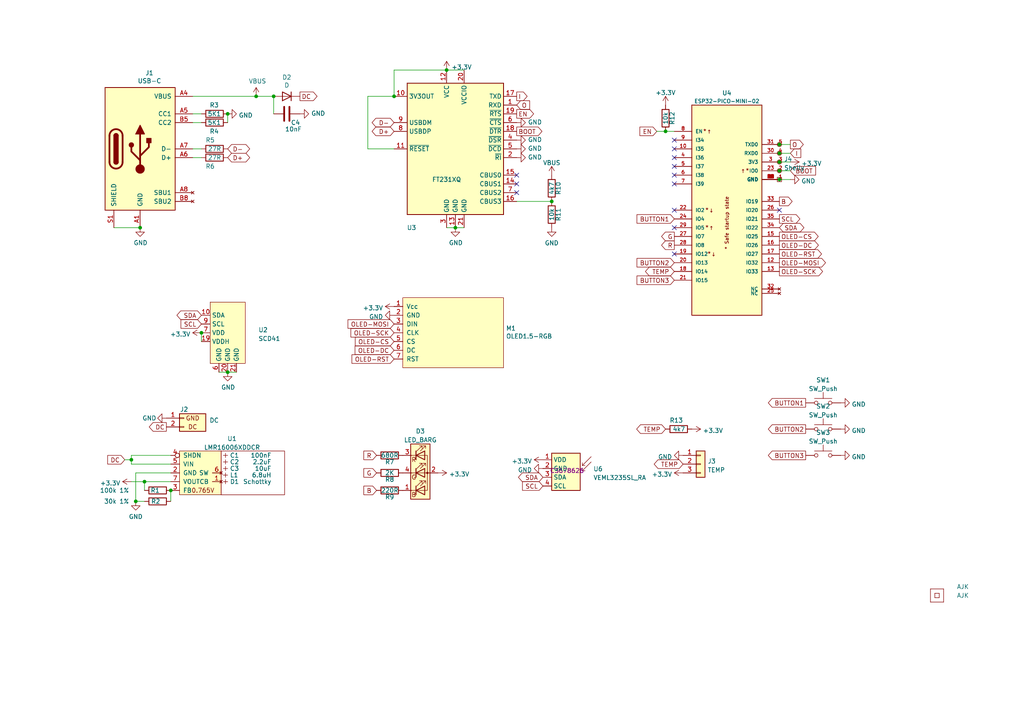
<source format=kicad_sch>
(kicad_sch (version 20211123) (generator eeschema)
  (paper "A4")
  (title_block (title "1.5\" OLED Module driver with GPIO") (date "${DATE}") (rev "4") (company "Adrian Kennard / Andrews & Arnold Ltd") (comment 1 "@TheRealRevK") (comment 2 "www.me.uk"))
  (lib_symbols
    (symbol "Connector_Generic:Conn_01x03" (pin_names (offset 1.016) hide)
      (property "Reference" "J" (at 0 5.08 0))
      (property "Value" "Conn_01x03" (at 0 -5.08 0))
      (symbol "Conn_01x03_1_1"
        (rectangle (start -1.27 -2.413) (end 0 -2.667) (stroke (width 0.1524)))
        (rectangle (start -1.27 0.127) (end 0 -0.127) (stroke (width 0.1524)))
        (rectangle (start -1.27 2.667) (end 0 2.413) (stroke (width 0.1524)))
        (rectangle (start -1.27 3.81) (end 1.27 -3.81) (stroke (width 0.254)) (fill (type background)))
        (pin passive line (at -5.08 2.54 0) (length 3.81) (name "Pin_1") (number "1"))
        (pin passive line (at -5.08 0 0) (length 3.81) (name "Pin_2") (number "2"))
        (pin passive line (at -5.08 -2.54 0) (length 3.81) (name "Pin_3") (number "3"))
      )
    )
    (symbol "Device:C" (pin_numbers hide) (pin_names (offset 0.254))
      (property "Reference" "C" (at 0.635 2.54 0))
      (property "Value" "C" (at 0.635 -2.54 0))
      (symbol "C_0_1"
        (polyline (pts (xy -2.032 -0.762) (xy 2.032 -0.762)) (stroke (width 0.508)))
        (polyline (pts (xy -2.032 0.762) (xy 2.032 0.762)) (stroke (width 0.508)))
      )
      (symbol "C_1_1"
        (pin passive line (at 0 3.81 270) (length 2.794) (name "~") (number "1"))
        (pin passive line (at 0 -3.81 90) (length 2.794) (name "~") (number "2"))
      )
    )
    (symbol "Device:D" (pin_numbers hide) (pin_names (offset 1.016) hide)
      (property "Reference" "D" (at 0 2.54 0))
      (property "Value" "D" (at 0 -2.54 0))
      (symbol "D_0_1"
        (polyline (pts (xy -1.27 1.27) (xy -1.27 -1.27)) (stroke (width 0.254)))
        (polyline (pts (xy 1.27 0) (xy -1.27 0)))
        (polyline (pts (xy 1.27 1.27) (xy 1.27 -1.27) (xy -1.27 0) (xy 1.27 1.27)) (stroke (width 0.254)))
      )
      (symbol "D_1_1"
        (pin passive line (at -3.81 0 0) (length 2.54) (name "K") (number "1"))
        (pin passive line (at 3.81 0 180) (length 2.54) (name "A") (number "2"))
      )
    )
    (symbol "Device:LED_BARG" (pin_names (offset 0) hide)
      (property "Reference" "D" (at 0 9.398 0))
      (property "Value" "LED_BARG" (at 0 -8.89 0))
      (symbol "LED_BARG_0_0"
        (text "B" (at -1.905 -6.35 0) (effects (font (size 1.27 1.27))))
        (text "G" (at -1.905 -1.27 0) (effects (font (size 1.27 1.27))))
        (text "R" (at -1.905 3.81 0) (effects (font (size 1.27 1.27))))
      )
      (symbol "LED_BARG_0_1"
        (polyline (pts (xy -1.27 -5.08) (xy -2.54 -5.08)))
        (polyline (pts (xy -1.27 -5.08) (xy 1.27 -5.08)))
        (polyline (pts (xy -1.27 -3.81) (xy -1.27 -6.35)) (stroke (width 0.254)))
        (polyline (pts (xy -1.27 0) (xy -2.54 0)))
        (polyline (pts (xy -1.27 1.27) (xy -1.27 -1.27)) (stroke (width 0.254)))
        (polyline (pts (xy -1.27 5.08) (xy -2.54 5.08)))
        (polyline (pts (xy -1.27 5.08) (xy 1.27 5.08)))
        (polyline (pts (xy -1.27 6.35) (xy -1.27 3.81)) (stroke (width 0.254)))
        (polyline (pts (xy 1.27 0) (xy -1.27 0)))
        (polyline (pts (xy 1.27 0) (xy 2.54 0)))
        (polyline (pts (xy -1.27 1.27) (xy -1.27 -1.27) (xy -1.27 -1.27)))
        (polyline (pts (xy -1.27 6.35) (xy -1.27 3.81) (xy -1.27 3.81)))
        (polyline (pts (xy 1.27 -5.08) (xy 2.032 -5.08) (xy 2.032 5.08) (xy 1.27 5.08)))
        (polyline (pts (xy 1.27 -3.81) (xy 1.27 -6.35) (xy -1.27 -5.08) (xy 1.27 -3.81)) (stroke (width 0.254)))
        (polyline (pts (xy 1.27 1.27) (xy 1.27 -1.27) (xy -1.27 0) (xy 1.27 1.27)) (stroke (width 0.254)))
        (polyline (pts (xy 1.27 6.35) (xy 1.27 3.81) (xy -1.27 5.08) (xy 1.27 6.35)) (stroke (width 0.254)))
        (polyline (pts (xy -1.016 -3.81) (xy 0.508 -2.286) (xy -0.254 -2.286) (xy 0.508 -2.286) (xy 0.508 -3.048)))
        (polyline (pts (xy -1.016 1.27) (xy 0.508 2.794) (xy -0.254 2.794) (xy 0.508 2.794) (xy 0.508 2.032)))
        (polyline (pts (xy -1.016 6.35) (xy 0.508 7.874) (xy -0.254 7.874) (xy 0.508 7.874) (xy 0.508 7.112)))
        (polyline (pts (xy 0 -3.81) (xy 1.524 -2.286) (xy 0.762 -2.286) (xy 1.524 -2.286) (xy 1.524 -3.048)))
        (polyline (pts (xy 0 1.27) (xy 1.524 2.794) (xy 0.762 2.794) (xy 1.524 2.794) (xy 1.524 2.032)))
        (polyline (pts (xy 0 6.35) (xy 1.524 7.874) (xy 0.762 7.874) (xy 1.524 7.874) (xy 1.524 7.112)))
        (rectangle (start 1.27 -1.27) (end 1.27 1.27))
        (rectangle (start 1.27 1.27) (end 1.27 1.27))
        (rectangle (start 1.27 3.81) (end 1.27 6.35))
        (rectangle (start 1.27 6.35) (end 1.27 6.35))
        (circle (center 2.032 0) (radius 0.254) (fill (type outline)))
        (rectangle (start 2.794 8.382) (end -2.794 -7.62) (stroke (width 0.254)) (fill (type background)))
      )
      (symbol "LED_BARG_1_1"
        (pin passive line (at -5.08 -5.08 0) (length 2.54) (name "BK") (number "1"))
        (pin passive line (at 5.08 0 180) (length 2.54) (name "A") (number "2"))
        (pin passive line (at -5.08 5.08 0) (length 2.54) (name "RK") (number "3"))
        (pin passive line (at -5.08 0 0) (length 2.54) (name "GK") (number "4"))
      )
    )
    (symbol "Device:R" (pin_numbers hide) (pin_names (offset 0))
      (property "Reference" "R" (at 2.032 0 90))
      (property "Value" "R" (at 0 0 90))
      (symbol "R_0_1"
        (rectangle (start -1.016 -2.54) (end 1.016 2.54) (stroke (width 0.254)))
      )
      (symbol "R_1_1"
        (pin passive line (at 0 3.81 270) (length 1.27) (name "~") (number "1"))
        (pin passive line (at 0 -3.81 90) (length 1.27) (name "~") (number "2"))
      )
    )
    (symbol "RevK:AJK" (pin_names (offset 1.016)) (in_bom no)
      (property "Value" "AJK" (at 0 0 0))
    )
    (symbol "RevK:ESP32-PICO-MINI-02" (pin_names (offset 1.016))
      (property "Reference" "U" (at -10.16 -33.02 0))
      (property "Value" "ESP32-PICO-MINI-02" (at 0 27.94 0))
      (property "LCSC Part #" "C2980306" (at 0 0 0))
      (symbol "ESP32-PICO-MINI-02_0_0"
        (rectangle (start -10.16 -30.48) (end 10.16 30.48) (stroke (width 0.254)) (fill (type background)))
        (text "* Safe startup state" (at 0 -11.43 900) (effects (font (size 1 1)) (justify left)))
        (text "*↑" (at -6.985 22.86 0) (effects (font (size 1.27 1.27)) (justify left)))
        (text "*↑" (at -6.35 -5.08 0) (effects (font (size 1.27 1.27)) (justify left)))
        (text "*↓" (at -6.35 0 0) (effects (font (size 1.27 1.27)) (justify left)))
        (text "*↓" (at -5.715 -12.7 0) (effects (font (size 1.27 1.27)) (justify left)))
        (text "↑*" (at 3.81 11.43 0) (effects (font (size 1.27 1.27)) (justify left)))
        (pin power_in line (at 15.24 8.89 180) (length 5.08) (name "GND") (number "1"))
        (pin input line (at -15.24 17.78 0) (length 5.08) (name "I35") (number "10"))
        (pin power_in line (at 15.24 8.89 180) (length 5.08) (name "GND") (number "11"))
        (pin bidirectional line (at 15.24 -15.24 180) (length 5.08) (name "IO32") (number "12"))
        (pin bidirectional line (at 15.24 -17.78 180) (length 5.08) (name "IO33") (number "13"))
        (pin power_in line (at 15.24 8.89 180) (length 5.08) (name "GND") (number "14"))
        (pin bidirectional line (at 15.24 -7.62 180) (length 5.08) (name "IO25") (number "15"))
        (pin bidirectional line (at 15.24 -10.16 180) (length 5.08) (name "IO26") (number "16"))
        (pin bidirectional line (at 15.24 -12.7 180) (length 5.08) (name "IO27") (number "17"))
        (pin bidirectional line (at -15.24 -17.78 0) (length 5.08) (name "IO14") (number "18"))
        (pin bidirectional line (at -15.24 -12.7 0) (length 5.08) (name "IO12") (number "19"))
        (pin power_in line (at 15.24 8.89 180) (length 5.08) (name "GND") (number "2"))
        (pin bidirectional line (at -15.24 -15.24 0) (length 5.08) (name "IO13") (number "20"))
        (pin bidirectional line (at -15.24 -20.32 0) (length 5.08) (name "IO15") (number "21"))
        (pin bidirectional line (at -15.24 0 0) (length 5.08) (name "IO2") (number "22"))
        (pin bidirectional line (at 15.24 11.43 180) (length 5.08) (name "IO0") (number "23"))
        (pin bidirectional line (at -15.24 -2.54 0) (length 5.08) (name "IO4") (number "24"))
        (pin no_connect line (at 15.24 -24.13 180) (length 5.08) (name "NC") (number "25"))
        (pin bidirectional line (at 15.24 0 180) (length 5.08) (name "IO20") (number "26"))
        (pin bidirectional line (at -15.24 -7.62 0) (length 5.08) (name "IO7") (number "27"))
        (pin bidirectional line (at -15.24 -10.16 0) (length 5.08) (name "IO8") (number "28"))
        (pin bidirectional line (at -15.24 -5.08 0) (length 5.08) (name "IO5") (number "29"))
        (pin power_in line (at 15.24 13.97 180) (length 5.08) (name "3V3") (number "3"))
        (pin bidirectional line (at 15.24 16.51 180) (length 5.08) (name "RXD0") (number "30"))
        (pin bidirectional line (at 15.24 19.05 180) (length 5.08) (name "TXD0") (number "31"))
        (pin no_connect line (at 15.24 -22.86 180) (length 5.08) (name "NC") (number "32"))
        (pin bidirectional line (at 15.24 2.54 180) (length 5.08) (name "IO19") (number "33"))
        (pin bidirectional line (at 15.24 -5.08 180) (length 5.08) (name "IO22") (number "34"))
        (pin bidirectional line (at 15.24 -2.54 180) (length 5.08) (name "IO21") (number "35"))
        (pin power_in line (at 15.24 8.89 180) (length 5.08) (name "GND") (number "36"))
        (pin power_in line (at 15.24 8.89 180) (length 5.08) (name "GND") (number "37"))
        (pin power_in line (at 15.24 8.89 180) (length 5.08) (name "GND") (number "38"))
        (pin power_in line (at 15.24 8.89 180) (length 5.08) (name "GND") (number "39"))
        (pin input line (at -15.24 15.24 0) (length 5.08) (name "I36") (number "4"))
        (pin power_in line (at 15.24 8.89 180) (length 5.08) (name "GND") (number "40"))
        (pin power_in line (at 15.24 8.89 180) (length 5.08) (name "GND") (number "41"))
        (pin power_in line (at 15.24 8.89 180) (length 5.08) (name "GND") (number "42"))
        (pin power_in line (at 15.24 8.89 180) (length 5.08) (name "GND") (number "43"))
        (pin power_in line (at 15.24 8.89 180) (length 5.08) (name "GND") (number "44"))
        (pin power_in line (at 15.24 8.89 180) (length 5.08) (name "GND") (number "45"))
        (pin power_in line (at 15.24 8.89 180) (length 5.08) (name "GND") (number "46"))
        (pin power_in line (at 15.24 8.89 180) (length 5.08) (name "GND") (number "47"))
        (pin power_in line (at 15.24 8.89 180) (length 5.08) (name "GND") (number "48"))
        (pin power_in line (at 15.24 8.89 180) (length 5.08) (name "GND") (number "49"))
        (pin input line (at -15.24 12.7 0) (length 5.08) (name "I37") (number "5"))
        (pin power_in line (at 15.24 8.89 180) (length 5.08) (name "GND") (number "50"))
        (pin power_in line (at 15.24 8.89 180) (length 5.08) (name "GND") (number "51"))
        (pin power_in line (at 15.24 8.89 180) (length 5.08) (name "GND") (number "52"))
        (pin power_in line (at 15.24 8.89 180) (length 5.08) (name "GND") (number "53"))
        (pin input line (at -15.24 10.16 0) (length 5.08) (name "I38") (number "6"))
        (pin input line (at -15.24 7.62 0) (length 5.08) (name "I39") (number "7"))
        (pin input line (at -15.24 22.86 0) (length 5.08) (name "EN") (number "8"))
        (pin input line (at -15.24 20.32 0) (length 5.08) (name "I34") (number "9"))
      )
    )
    (symbol "RevK:FT231XQ"
      (property "Reference" "U" (at -13.97 20.32 0))
      (property "Value" "FT231XQ" (at 6.35 20.32 0))
      (symbol "FT231XQ_0_1"
        (rectangle (start -13.97 19.05) (end 13.97 -19.05) (stroke (width 0.254)) (fill (type background)))
      )
      (symbol "FT231XQ_1_1"
        (pin input line (at 17.78 12.7 180) (length 3.81) (name "RXD") (number "1"))
        (pin passive line (at -17.78 15.24 0) (length 3.81) (name "3V3OUT") (number "10"))
        (pin input line (at -17.78 0 0) (length 3.81) (name "~{RESET}") (number "11"))
        (pin power_in line (at -2.54 22.86 270) (length 3.81) (name "VCC") (number "12"))
        (pin power_in line (at 0 -22.86 90) (length 3.81) (name "GND") (number "13"))
        (pin bidirectional line (at 17.78 -10.16 180) (length 3.81) (name "CBUS1") (number "14"))
        (pin bidirectional line (at 17.78 -7.62 180) (length 3.81) (name "CBUS0") (number "15"))
        (pin bidirectional line (at 17.78 -15.24 180) (length 3.81) (name "CBUS3") (number "16"))
        (pin output line (at 17.78 15.24 180) (length 3.81) (name "TXD") (number "17"))
        (pin output line (at 17.78 5.08 180) (length 3.81) (name "~{DTR}") (number "18"))
        (pin output line (at 17.78 10.16 180) (length 3.81) (name "~{RTS}") (number "19"))
        (pin input line (at 17.78 -2.54 180) (length 3.81) (name "~{RI}") (number "2"))
        (pin power_in line (at 2.54 22.86 270) (length 3.81) (name "VCCIO") (number "20"))
        (pin power_in line (at 2.54 -22.86 90) (length 3.81) (name "GND") (number "21"))
        (pin power_in line (at -2.54 -22.86 90) (length 3.81) (name "GND") (number "3"))
        (pin input line (at 17.78 2.54 180) (length 3.81) (name "~{DSR}") (number "4"))
        (pin input line (at 17.78 0 180) (length 3.81) (name "~{DCD}") (number "5"))
        (pin input line (at 17.78 7.62 180) (length 3.81) (name "~{CTS}") (number "6"))
        (pin bidirectional line (at 17.78 -12.7 180) (length 3.81) (name "CBUS2") (number "7"))
        (pin bidirectional line (at -17.78 5.08 0) (length 3.81) (name "USBDP") (number "8"))
        (pin bidirectional line (at -17.78 7.62 0) (length 3.81) (name "USBDM") (number "9"))
      )
    )
    (symbol "RevK:Hidden" (pin_names (offset 1.016))
      (property "Reference" "Z" (at 0.635 0 0))
      (property "Value" "Hidden" (at 4.445 0 0))
      (symbol "Hidden_0_1"
        (polyline (pts (xy -0.635 0) (xy 0.635 0)) (stroke (width 0.1524)))
        (polyline (pts (xy 0 0.635) (xy 0 -0.635)) (stroke (width 0.1524)))
      )
      (symbol "Hidden_1_1"
        (pin no_connect non_logic (at 0 -2.54 90) (length 2.54) hide (name "~") (number "~"))
      )
    )
    (symbol "RevK:LMR16006XDDCR" (pin_names (offset 1.016))
      (property "Reference" "U" (at 11.43 2.54 0))
      (property "Value" "LMR16006XDDCR" (at 7.62 -12.7 0))
      (symbol "LMR16006XDDCR_0_0"
        (rectangle (start 2.54 1.27) (end 14.605 -11.43) (fill (type background)))
        (text "0.765V" (at 12.7 -10.16 0) (effects (font (size 1.27 1.27)) (justify right)))
      )
      (symbol "LMR16006XDDCR_0_1"
        (rectangle (start 14.605 1.27) (end 33.02 -11.43))
      )
      (symbol "LMR16006XDDCR_1_1"
        (pin no_connect line (at 14.605 -7.62 180) (length 2.54) (name "CB") (number "1"))
        (pin power_in line (at 0 -5.08 0) (length 2.54) (name "GND") (number "2"))
        (pin passive line (at 0 -10.16 0) (length 2.54) (name "FB") (number "3"))
        (pin input inverted (at 0 0 0) (length 2.54) (name "SHDN") (number "4"))
        (pin power_in line (at 0 -2.54 0) (length 2.54) (name "VIN") (number "5"))
        (pin no_connect line (at 14.605 -5.08 180) (length 2.54) (name "SW") (number "6"))
        (pin power_out line (at 0 -7.62 0) (length 2.54) (name "VOUT") (number "7"))
      )
    )
    (symbol "RevK:OLED1.5-RGB" (pin_names (offset 1.016))
      (property "Reference" "M" (at 17.78 2.54 0))
      (property "Value" "OLED1.5-RGB" (at 31.75 -1.27 0))
      (symbol "OLED1.5-RGB_0_1"
        (rectangle (start 2.54 0) (end 31.75 -20.32) (fill (type background)))
      )
      (symbol "OLED1.5-RGB_1_1"
        (pin power_in line (at 0 -2.54 0) (length 2.54) (name "Vcc") (number "1"))
        (pin power_in line (at 0 -5.08 0) (length 2.54) (name "GND") (number "2"))
        (pin input line (at 0 -7.62 0) (length 2.54) (name "DIN") (number "3"))
        (pin input line (at 0 -10.16 0) (length 2.54) (name "CLK") (number "4"))
        (pin input line (at 0 -12.7 0) (length 2.54) (name "CS") (number "5"))
        (pin input line (at 0 -15.24 0) (length 2.54) (name "DC") (number "6"))
        (pin input line (at 0 -17.78 0) (length 2.54) (name "RST") (number "7"))
      )
    )
    (symbol "RevK:PowerIn" (pin_names (offset 1.016) hide)
      (property "Reference" "J" (at 0 2.54 0))
      (property "Value" "PowerIn" (at 2.54 -5.08 0))
      (symbol "PowerIn_0_0"
        (text "DC" (at 2.54 -2.54 0) (effects (font (size 1.27 1.27))))
        (text "GND" (at 2.54 0 0) (effects (font (size 1.27 1.27))))
      )
      (symbol "PowerIn_1_1"
        (rectangle (start -1.27 -2.413) (end 0 -2.667) (stroke (width 0.1524)))
        (rectangle (start -1.27 0.127) (end 0 -0.127) (stroke (width 0.1524)))
        (rectangle (start -1.27 1.27) (end 6.35 -3.81) (stroke (width 0.254)) (fill (type background)))
        (pin power_in line (at -5.08 0 0) (length 3.81) (name "GND") (number "1"))
        (pin power_out line (at -5.08 -2.54 0) (length 3.81) (name "DC") (number "2"))
      )
    )
    (symbol "RevK:QR" (pin_names (offset 1.016)) (in_bom no)
      (symbol "QR_0_1"
        (rectangle (start -1.905 -1.905) (end -1.905 1.905))
        (rectangle (start -1.905 1.905) (end 1.905 1.905))
        (rectangle (start -0.635 -0.635) (end -0.635 0.635))
        (rectangle (start -0.635 0.635) (end 0.635 0.635))
        (rectangle (start 0.635 -0.635) (end -0.635 -0.635))
        (rectangle (start 0.635 0.635) (end 0.635 -0.635))
        (rectangle (start 1.905 -1.905) (end -1.905 -1.905))
        (rectangle (start 1.905 1.905) (end 1.905 -1.905))
      )
    )
    (symbol "RevK:SCD41"
      (property "Reference" "U" (at -1.27 10.16 0))
      (property "Value" "SCD41" (at 1.27 7.62 0))
      (symbol "SCD41_0_1"
        (rectangle (start -5.08 8.89) (end 5.08 -8.89) (stroke (width 0.1524)) (fill (type background)))
      )
      (symbol "SCD41_1_1"
        (pin no_connect non_logic (at 7.62 0 180) (length 2.54) hide (name "DNC") (number "1"))
        (pin bidirectional line (at -7.62 5.08 0) (length 2.54) (name "SDA") (number "10"))
        (pin no_connect line (at 7.62 5.08 180) (length 2.54) hide (name "DNC") (number "11"))
        (pin no_connect non_logic (at 7.62 -2.54 180) (length 2.54) hide (name "DNC") (number "12"))
        (pin no_connect non_logic (at 7.62 -5.08 180) (length 2.54) hide (name "DNC") (number "13"))
        (pin no_connect non_logic (at 7.62 -7.62 180) (length 2.54) hide (name "DNC") (number "14"))
        (pin no_connect non_logic (at 7.62 2.54 180) (length 2.54) hide (name "DNC") (number "15"))
        (pin no_connect non_logic (at 7.62 -1.27 180) (length 2.54) hide (name "DNC") (number "16"))
        (pin no_connect non_logic (at 7.62 -3.81 180) (length 2.54) hide (name "DNC") (number "17"))
        (pin no_connect non_logic (at 7.62 -6.35 180) (length 2.54) hide (name "DNC") (number "18"))
        (pin power_in line (at -7.62 -2.54 0) (length 2.54) (name "VDDH") (number "19"))
        (pin no_connect non_logic (at 7.62 3.81 180) (length 2.54) hide (name "DNC") (number "2"))
        (pin power_in line (at 0 -11.43 90) (length 2.54) (name "GND") (number "20"))
        (pin power_in line (at 2.54 -11.43 90) (length 2.54) (name "GND") (number "21"))
        (pin no_connect non_logic (at 7.62 1.27 180) (length 2.54) hide (name "DNC") (number "3"))
        (pin no_connect non_logic (at 7.62 6.35 180) (length 2.54) hide (name "DNC") (number "4"))
        (pin no_connect non_logic (at 7.62 7.62 180) (length 2.54) hide (name "DNC") (number "5"))
        (pin power_in line (at -2.54 -11.43 90) (length 2.54) (name "GND") (number "6"))
        (pin power_in line (at -7.62 0 0) (length 2.54) (name "VDD") (number "7"))
        (pin no_connect non_logic (at 7.62 -8.89 180) (length 2.54) hide (name "DNC") (number "8"))
        (pin input line (at -7.62 2.54 0) (length 2.54) (name "SCL") (number "9"))
      )
    )
    (symbol "RevK:Shelly" (in_bom no)
      (property "Reference" "J" (at 2.54 -8.255 0))
      (property "Value" "Shelly" (at 2.54 9.525 0))
      (symbol "Shelly_0_1"
        (circle (center 0 -2.54) (radius 0.635) (stroke (width 0.1524)))
        (circle (center 0 0) (radius 0.635) (stroke (width 0.1524)))
        (circle (center 0 2.54) (radius 0.635) (stroke (width 0.1524)))
        (circle (center 0 5.08) (radius 0.635) (stroke (width 0.1524)))
        (rectangle (start 0.635 -5.715) (end -0.635 -4.445) (stroke (width 0.1524)))
      )
      (symbol "Shelly_1_1"
        (pin passive line (at 0 -5.08 0) (length 0.64) (name "GND") (number "1"))
        (pin passive line (at 0 -2.54 0) (length 0.64) (name "0") (number "2"))
        (pin passive line (at 0 0 0) (length 0.64) (name "3V3") (number "3"))
        (pin passive line (at 0 2.54 0) (length 0.64) (name "Rx") (number "4"))
        (pin passive line (at 0 5.08 0) (length 0.64) (name "Tx") (number "5"))
      )
    )
    (symbol "RevK:USB-C" (pin_names (offset 1.016))
      (property "Reference" "J" (at -10.16 19.05 0))
      (property "Value" "USB-C" (at -7.62 15.24 0))
      (symbol "USB-C_0_1"
        (rectangle (start -10.16 17.78) (end 10.16 -17.78) (stroke (width 0.254)) (fill (type background)))
        (arc (start -8.89 -3.81) (mid -6.985 -5.715) (end -5.08 -3.81) (stroke (width 0.508)))
        (arc (start -7.62 -3.81) (mid -6.985 -4.445) (end -6.35 -3.81) (stroke (width 0.254)))
        (arc (start -7.62 -3.81) (mid -6.985 -4.445) (end -6.35 -3.81) (stroke (width 0.254)) (fill (type outline)))
        (rectangle (start -7.62 -3.81) (end -6.35 3.81) (stroke (width 0.254)) (fill (type outline)))
        (arc (start -6.35 3.81) (mid -6.985 4.445) (end -7.62 3.81) (stroke (width 0.254)))
        (arc (start -6.35 3.81) (mid -6.985 4.445) (end -7.62 3.81) (stroke (width 0.254)) (fill (type outline)))
        (arc (start -5.08 3.81) (mid -6.985 5.715) (end -8.89 3.81) (stroke (width 0.508)))
        (circle (center -2.54 1.143) (radius 0.635) (stroke (width 0.254)) (fill (type outline)))
        (circle (center 0 -5.842) (radius 1.27) (fill (type outline)))
        (polyline (pts (xy -8.89 -3.81) (xy -8.89 3.81)) (stroke (width 0.508)))
        (polyline (pts (xy -5.08 3.81) (xy -5.08 -3.81)) (stroke (width 0.508)))
        (polyline (pts (xy 0 -5.842) (xy 0 4.318)) (stroke (width 0.508)))
        (polyline (pts (xy 0 -3.302) (xy -2.54 -0.762) (xy -2.54 0.508)) (stroke (width 0.508)))
        (polyline (pts (xy 0 -2.032) (xy 2.54 0.508) (xy 2.54 1.778)) (stroke (width 0.508)))
        (polyline (pts (xy -1.27 4.318) (xy 0 6.858) (xy 1.27 4.318) (xy -1.27 4.318)) (stroke (width 0.254)) (fill (type outline)))
        (rectangle (start 1.905 1.778) (end 3.175 3.048) (stroke (width 0.254)) (fill (type outline)))
      )
      (symbol "USB-C_1_1"
        (pin power_out line (at 0 -22.86 90) (length 5.08) (name "GND") (number "A1"))
        (pin passive line (at 0 -22.86 90) (length 5.08) hide (name "GND") (number "A12"))
        (pin power_out line (at 15.24 15.24 180) (length 5.08) (name "VBUS") (number "A4"))
        (pin bidirectional line (at 15.24 10.16 180) (length 5.08) (name "CC1") (number "A5"))
        (pin bidirectional line (at 15.24 -2.54 180) (length 5.08) (name "D+") (number "A6"))
        (pin bidirectional line (at 15.24 0 180) (length 5.08) (name "D-") (number "A7"))
        (pin no_connect line (at 15.24 -12.7 180) (length 5.08) (name "SBU1") (number "A8"))
        (pin passive line (at 15.24 15.24 180) (length 5.08) hide (name "VBUS") (number "A9"))
        (pin passive line (at 0 -22.86 90) (length 5.08) hide (name "GND") (number "B1"))
        (pin passive line (at 0 -22.86 90) (length 5.08) hide (name "GND") (number "B12"))
        (pin passive line (at 15.24 15.24 180) (length 5.08) hide (name "VBUS") (number "B4"))
        (pin bidirectional line (at 15.24 7.62 180) (length 5.08) (name "CC2") (number "B5"))
        (pin bidirectional line (at 15.24 -2.54 180) (length 5.08) hide (name "D+") (number "B6"))
        (pin bidirectional line (at 15.24 0 180) (length 5.08) hide (name "D-") (number "B7"))
        (pin no_connect line (at 15.24 -15.24 180) (length 5.08) (name "SBU2") (number "B8"))
        (pin passive line (at 15.24 15.24 180) (length 5.08) hide (name "VBUS") (number "B9"))
        (pin passive line (at -7.62 -22.86 90) (length 5.08) (name "SHIELD") (number "S1"))
      )
    )
    (symbol "RevK:VEML3235SL_RA"
      (property "Reference" "U" (at 0 5.715 0))
      (property "Value" "VEML3235SL_RA" (at 0 -6.985 0))
      (property "LCSC Part #" "C3678626" (at 0 0 0))
      (symbol "VEML3235SL_RA_0_1"
        (rectangle (start -4.445 5.08) (end 3.81 -5.715) (stroke (width 0.254)) (fill (type background)))
        (polyline (pts (xy 4.445 0) (xy 4.445 0.762)))
        (polyline (pts (xy 4.445 0) (xy 5.207 0)))
        (polyline (pts (xy 4.445 0) (xy 6.985 2.54)))
        (polyline (pts (xy 4.445 1.524) (xy 4.445 2.286)))
        (polyline (pts (xy 4.445 1.524) (xy 5.207 1.524)))
        (polyline (pts (xy 4.445 1.524) (xy 6.985 4.064)))
      )
      (symbol "VEML3235SL_RA_1_1"
        (pin power_in line (at -6.985 3.175 0) (length 2.54) (name "VDD") (number "1"))
        (pin power_in line (at -6.985 0.635 0) (length 2.54) (name "GND") (number "2"))
        (pin bidirectional line (at -6.985 -1.905 0) (length 2.54) (name "SDA") (number "3"))
        (pin bidirectional line (at -6.985 -4.445 0) (length 2.54) (name "SCL") (number "4"))
      )
    )
    (symbol "Switch:SW_Push" (pin_numbers hide) (pin_names (offset 1.016) hide)
      (property "Reference" "SW" (at 1.27 2.54 0))
      (property "Value" "SW_Push" (at 0 -1.524 0))
      (symbol "SW_Push_0_1"
        (circle (center -2.032 0) (radius 0.508))
        (polyline (pts (xy 0 1.27) (xy 0 3.048)))
        (polyline (pts (xy 2.54 1.27) (xy -2.54 1.27)))
        (circle (center 2.032 0) (radius 0.508))
        (pin passive line (at -5.08 0 0) (length 2.54) (name "1") (number "1"))
        (pin passive line (at 5.08 0 180) (length 2.54) (name "2") (number "2"))
      )
    )
    (symbol "power:+3.3V" (power) (pin_names (offset 0))
      (property "Value" "+3.3V" (at 0 3.556 0))
      (symbol "+3.3V_0_1"
        (polyline (pts (xy -0.762 1.27) (xy 0 2.54)))
        (polyline (pts (xy 0 0) (xy 0 2.54)))
        (polyline (pts (xy 0 2.54) (xy 0.762 1.27)))
      )
      (symbol "+3.3V_1_1"
        (pin power_in line (at 0 0 90) (length 0) hide (name "+3.3V") (number "1"))
      )
    )
    (symbol "power:GND" (power) (pin_names (offset 0))
      (property "Value" "GND" (at 0 -3.81 0))
      (symbol "GND_0_1"
        (polyline (pts (xy 0 0) (xy 0 -1.27) (xy 1.27 -1.27) (xy 0 -2.54) (xy -1.27 -1.27) (xy 0 -1.27)))
      )
      (symbol "GND_1_1"
        (pin power_in line (at 0 0 270) (length 0) hide (name "GND") (number "1"))
      )
    )
    (symbol "power:VBUS" (power) (pin_names (offset 0))
      (property "Value" "VBUS" (at 0 3.81 0))
      (symbol "VBUS_0_1"
        (polyline (pts (xy -0.762 1.27) (xy 0 2.54)))
        (polyline (pts (xy 0 0) (xy 0 2.54)))
        (polyline (pts (xy 0 2.54) (xy 0.762 1.27)))
      )
      (symbol "VBUS_1_1"
        (pin power_in line (at 0 0 90) (length 0) hide (name "VBUS") (number "1"))
      )
    )
  )
  (junction (at 226.06 46.99))
  (junction (at 39.37 145.415))
  (junction (at 226.06 52.07))
  (junction (at 49.53 142.24))
  (junction (at 160.02 58.42))
  (junction (at 38.1 133.35))
  (junction (at 129.54 20.32))
  (junction (at 58.42 96.52))
  (junction (at 226.06 49.53))
  (junction (at 193.04 38.1))
  (junction (at 114.3 27.94))
  (junction (at 226.06 41.91))
  (junction (at 41.91 139.7))
  (junction (at 74.295 27.94))
  (junction (at 132.08 66.04))
  (junction (at 66.04 107.95))
  (junction (at 226.06 44.45))
  (junction (at 66.04 33.02))
  (junction (at 40.64 66.04))
  (junction (at 79.375 27.94))
  (no_connect (at 149.86 55.88))
  (no_connect (at 195.58 66.04))
  (no_connect (at 226.06 60.96))
  (no_connect (at 149.86 50.8))
  (no_connect (at 149.86 53.34))
  (no_connect (at 195.58 50.8))
  (no_connect (at 195.58 53.34))
  (no_connect (at 195.58 40.64))
  (no_connect (at 195.58 45.72))
  (no_connect (at 195.58 43.18))
  (no_connect (at 195.58 60.96))
  (no_connect (at 195.58 48.26))
  (no_connect (at 195.58 73.66))
  (wire (pts (xy 39.37 137.16) (xy 49.53 137.16)))
  (wire (pts (xy 49.53 142.24) (xy 49.53 145.415)))
  (wire (pts (xy 55.88 33.02) (xy 58.42 33.02)))
  (wire (pts (xy 55.88 27.94) (xy 74.295 27.94)))
  (wire (pts (xy 66.04 33.02) (xy 66.04 35.56)))
  (wire (pts (xy 106.68 27.94) (xy 106.68 43.18)))
  (wire (pts (xy 39.37 145.415) (xy 39.37 137.16)))
  (wire (pts (xy 79.375 27.94) (xy 79.375 33.02)))
  (wire (pts (xy 55.88 45.72) (xy 58.42 45.72)))
  (wire (pts (xy 193.04 38.1) (xy 195.58 38.1)))
  (wire (pts (xy 226.06 46.99) (xy 229.235 46.99)))
  (wire (pts (xy 41.91 139.7) (xy 49.53 139.7)))
  (wire (pts (xy 114.3 27.94) (xy 106.68 27.94)))
  (wire (pts (xy 33.02 66.04) (xy 40.64 66.04)))
  (wire (pts (xy 226.06 41.91) (xy 229.235 41.91)))
  (wire (pts (xy 106.68 43.18) (xy 114.3 43.18)))
  (wire (pts (xy 58.42 96.52) (xy 58.42 99.06)))
  (wire (pts (xy 36.195 133.35) (xy 38.1 133.35)))
  (wire (pts (xy 41.91 145.415) (xy 39.37 145.415)))
  (wire (pts (xy 41.91 142.24) (xy 41.91 139.7)))
  (wire (pts (xy 55.88 35.56) (xy 58.42 35.56)))
  (wire (pts (xy 38.1 134.62) (xy 49.53 134.62)))
  (wire (pts (xy 226.06 52.07) (xy 229.235 52.07)))
  (wire (pts (xy 226.06 44.45) (xy 229.235 44.45)))
  (wire (pts (xy 74.295 27.94) (xy 79.375 27.94)))
  (wire (pts (xy 38.1 132.08) (xy 49.53 132.08)))
  (wire (pts (xy 114.3 20.32) (xy 129.54 20.32)))
  (wire (pts (xy 66.04 107.95) (xy 68.58 107.95)))
  (wire (pts (xy 226.06 49.53) (xy 229.235 49.53)))
  (wire (pts (xy 55.88 43.18) (xy 58.42 43.18)))
  (wire (pts (xy 38.1 132.08) (xy 38.1 133.35)))
  (wire (pts (xy 114.3 27.94) (xy 114.3 20.32)))
  (wire (pts (xy 38.1 139.7) (xy 41.91 139.7)))
  (wire (pts (xy 38.1 133.35) (xy 38.1 134.62)))
  (wire (pts (xy 129.54 20.32) (xy 134.62 20.32)))
  (wire (pts (xy 149.86 58.42) (xy 160.02 58.42)))
  (wire (pts (xy 129.54 66.04) (xy 132.08 66.04)))
  (wire (pts (xy 190.5 38.1) (xy 193.04 38.1)))
  (wire (pts (xy 132.08 66.04) (xy 134.62 66.04)))
  (wire (pts (xy 63.5 107.95) (xy 66.04 107.95)))
  (global_label "B" (shape output) (at 226.06 58.42 0) (property "Intersheet References" "${INTERSHEET_REFS}" (effects hide)))
  (global_label "D+" (shape bidirectional) (at 114.3 38.1 180) (property "Intersheet References" "${INTERSHEET_REFS}" (effects hide)))
  (global_label "BOOT" (shape input) (at 229.235 49.53 0) (property "Intersheet References" "${INTERSHEET_REFS}" (effects hide)))
  (global_label "OLED-MOSI" (shape output) (at 226.06 76.2 0) (property "Intersheet References" "${INTERSHEET_REFS}" (effects hide)))
  (global_label "TEMP" (shape bidirectional) (at 198.12 134.62 180) (property "Intersheet References" "${INTERSHEET_REFS}" (effects hide)))
  (global_label "OLED-MOSI" (shape input) (at 114.3 93.98 180) (property "Intersheet References" "${INTERSHEET_REFS}" (effects hide)))
  (global_label "BUTTON2" (shape input) (at 195.58 76.2 180) (property "Intersheet References" "${INTERSHEET_REFS}" (effects hide)))
  (global_label "SCL" (shape output) (at 226.06 63.5 0) (property "Intersheet References" "${INTERSHEET_REFS}" (effects hide)))
  (global_label "I" (shape input) (at 229.235 44.45 0) (property "Intersheet References" "${INTERSHEET_REFS}" (effects hide)))
  (global_label "BUTTON3" (shape output) (at 233.68 132.08 180) (property "Intersheet References" "${INTERSHEET_REFS}" (effects hide)))
  (global_label "DC" (shape input) (at 36.195 133.35 180) (property "Intersheet References" "${INTERSHEET_REFS}" (effects hide)))
  (global_label "TEMP" (shape bidirectional) (at 195.58 78.74 180) (property "Intersheet References" "${INTERSHEET_REFS}" (effects hide)))
  (global_label "BUTTON3" (shape input) (at 195.58 81.28 180) (property "Intersheet References" "${INTERSHEET_REFS}" (effects hide)))
  (global_label "D-" (shape bidirectional) (at 66.04 43.18 0) (property "Intersheet References" "${INTERSHEET_REFS}" (effects hide)))
  (global_label "B" (shape input) (at 109.22 142.24 180) (property "Intersheet References" "${INTERSHEET_REFS}" (effects hide)))
  (global_label "EN" (shape output) (at 149.86 33.02 0) (property "Intersheet References" "${INTERSHEET_REFS}" (effects hide)))
  (global_label "G" (shape input) (at 109.22 137.16 180) (property "Intersheet References" "${INTERSHEET_REFS}" (effects hide)))
  (global_label "SDA" (shape bidirectional) (at 157.48 138.43 180) (property "Intersheet References" "${INTERSHEET_REFS}" (effects hide)))
  (global_label "OLED-SCK" (shape output) (at 226.06 78.74 0) (property "Intersheet References" "${INTERSHEET_REFS}" (effects hide)))
  (global_label "OLED-CS" (shape output) (at 226.06 68.58 0) (property "Intersheet References" "${INTERSHEET_REFS}" (effects hide)))
  (global_label "OLED-SCK" (shape input) (at 114.3 96.52 180) (property "Intersheet References" "${INTERSHEET_REFS}" (effects hide)))
  (global_label "DC" (shape output) (at 86.995 27.94 0) (property "Intersheet References" "${INTERSHEET_REFS}" (effects hide)))
  (global_label "DC" (shape output) (at 48.26 123.825 180) (property "Intersheet References" "${INTERSHEET_REFS}" (effects hide)))
  (global_label "OLED-RST" (shape input) (at 114.3 104.14 180) (property "Intersheet References" "${INTERSHEET_REFS}" (effects hide)))
  (global_label "SCL" (shape input) (at 58.42 93.98 180) (property "Intersheet References" "${INTERSHEET_REFS}" (effects hide)))
  (global_label "SCL" (shape input) (at 157.48 140.97 180) (property "Intersheet References" "${INTERSHEET_REFS}" (effects hide)))
  (global_label "I" (shape output) (at 149.86 27.94 0) (property "Intersheet References" "${INTERSHEET_REFS}" (effects hide)))
  (global_label "BOOT" (shape output) (at 149.86 38.1 0) (property "Intersheet References" "${INTERSHEET_REFS}" (effects hide)))
  (global_label "BUTTON2" (shape output) (at 233.68 124.46 180) (property "Intersheet References" "${INTERSHEET_REFS}" (effects hide)))
  (global_label "D-" (shape bidirectional) (at 114.3 35.56 180) (property "Intersheet References" "${INTERSHEET_REFS}" (effects hide)))
  (global_label "R" (shape output) (at 195.58 71.12 180) (property "Intersheet References" "${INTERSHEET_REFS}" (effects hide)))
  (global_label "G" (shape output) (at 195.58 68.58 180) (property "Intersheet References" "${INTERSHEET_REFS}" (effects hide)))
  (global_label "OLED-DC" (shape output) (at 226.06 71.12 0) (property "Intersheet References" "${INTERSHEET_REFS}" (effects hide)))
  (global_label "EN" (shape input) (at 190.5 38.1 180) (property "Intersheet References" "${INTERSHEET_REFS}" (effects hide)))
  (global_label "BUTTON1" (shape input) (at 195.58 63.5 180) (property "Intersheet References" "${INTERSHEET_REFS}" (effects hide)))
  (global_label "R" (shape input) (at 109.22 132.08 180) (property "Intersheet References" "${INTERSHEET_REFS}" (effects hide)))
  (global_label "TEMP" (shape bidirectional) (at 193.04 124.46 180) (property "Intersheet References" "${INTERSHEET_REFS}" (effects hide)))
  (global_label "SDA" (shape bidirectional) (at 226.06 66.04 0) (property "Intersheet References" "${INTERSHEET_REFS}" (effects hide)))
  (global_label "O" (shape input) (at 149.86 30.48 0) (property "Intersheet References" "${INTERSHEET_REFS}" (effects hide)))
  (global_label "BUTTON1" (shape output) (at 233.68 116.84 180) (property "Intersheet References" "${INTERSHEET_REFS}" (effects hide)))
  (global_label "OLED-DC" (shape input) (at 114.3 101.6 180) (property "Intersheet References" "${INTERSHEET_REFS}" (effects hide)))
  (global_label "SDA" (shape bidirectional) (at 58.42 91.44 180) (property "Intersheet References" "${INTERSHEET_REFS}" (effects hide)))
  (global_label "D+" (shape bidirectional) (at 66.04 45.72 0) (property "Intersheet References" "${INTERSHEET_REFS}" (effects hide)))
  (global_label "OLED-CS" (shape input) (at 114.3 99.06 180) (property "Intersheet References" "${INTERSHEET_REFS}" (effects hide)))
  (global_label "OLED-RST" (shape output) (at 226.06 73.66 0) (property "Intersheet References" "${INTERSHEET_REFS}" (effects hide)))
  (global_label "O" (shape output) (at 229.235 41.91 0) (property "Intersheet References" "${INTERSHEET_REFS}" (effects hide)))
  (symbol (lib_id "RevK:USB-C") (at 40.64 43.18 0) (unit 1)
    (property "Reference" "J1" (at 43.3578 21.1582 0))
    (property "Value" "USB-C" (at 43.3578 23.4696 0))
    (property "Footprint" "RevK:USC16-TR" (effects hide))
    (property "Datasheet" "https://www.usb.org/sites/default/files/documents/usb_type-c.zip" (effects hide))
    (property "LCSC Part #" "C709357" (effects hide))
  )
  (symbol (lib_id "power:GND") (at 40.64 66.04 0) (unit 1)
    (property "Reference" "#PWR03" (effects hide))
    (property "Value" "GND" (at 40.767 70.4342 0))
  )
  (symbol (lib_id "power:GND") (at 66.04 107.95 0) (unit 1)
    (property "Reference" "#PWR07" (effects hide))
    (property "Value" "GND" (at 66.167 112.3442 0))
  )
  (symbol (lib_id "Device:R") (at 62.23 35.56 90) (unit 1)
    (property "Reference" "R4" (at 63.5 38.1 90) (effects (justify left)))
    (property "Value" "5K1" (at 64.135 35.56 90) (effects (justify left)))
    (property "Footprint" "RevK:R_0603" (effects hide))
  )
  (symbol (lib_id "Device:R") (at 62.23 33.02 90) (unit 1)
    (property "Reference" "R3" (at 63.5 30.48 90) (effects (justify left)))
    (property "Value" "5K1" (at 64.135 33.02 90) (effects (justify left)))
    (property "Footprint" "RevK:R_0603" (effects hide))
  )
  (symbol (lib_id "RevK:OLED1.5-RGB") (at 114.3 86.36 0) (unit 1) (in_bom no)
    (property "Reference" "M1" (at 146.7612 95.2246 0) (effects (justify left)))
    (property "Value" "OLED1.5-RGB" (at 146.7612 97.536 0) (effects (justify left)))
    (property "Footprint" "RevK:OLED1.5-RGB" (effects hide))
  )
  (symbol (lib_id "RevK:AJK") (at 276.86 172.72 0) (unit 1) (in_bom no)
    (property "Reference" "Logo2" (effects hide))
    (property "Value" "AJK" (at 277.495 172.72 0) (effects (justify left)))
    (property "Footprint" "RevK:AJK" (effects hide))
    (property "Note" "Non part, PCB printed" (effects hide))
  )
  (symbol (lib_id "RevK:FT231XQ") (at 132.08 43.18 0) (unit 1)
    (property "Reference" "U3" (at 119.38 66.04 0))
    (property "Value" "FT231XQ" (at 129.54 52.07 0))
    (property "Footprint" "RevK:QFN-20-1EP_4x4mm_P0.5mm_EP2.5x2.5mm" (effects hide))
    (property "Datasheet" "https://www.ftdichip.com/Support/Documents/DataSheets/ICs/DS_FT231X.pdf" (effects hide))
    (property "JLCPCB Rotation Offset" "-90" (effects hide))
  )
  (symbol (lib_id "power:GND") (at 149.86 35.56 90) (unit 1)
    (property "Reference" "#PWR015" (effects hide))
    (property "Value" "GND" (at 153.1112 35.433 90) (effects (justify right)))
  )
  (symbol (lib_id "power:GND") (at 149.86 40.64 90) (unit 1)
    (property "Reference" "#PWR016" (effects hide))
    (property "Value" "GND" (at 153.1112 40.513 90) (effects (justify right)))
  )
  (symbol (lib_id "power:GND") (at 149.86 43.18 90) (unit 1)
    (property "Reference" "#PWR017" (effects hide))
    (property "Value" "GND" (at 153.1112 43.053 90) (effects (justify right)))
  )
  (symbol (lib_id "power:GND") (at 149.86 45.72 90) (unit 1)
    (property "Reference" "#PWR018" (effects hide))
    (property "Value" "GND" (at 153.1112 45.593 90) (effects (justify right)))
  )
  (symbol (lib_id "power:GND") (at 132.08 66.04 0) (unit 1)
    (property "Reference" "#PWR014" (effects hide))
    (property "Value" "GND" (at 132.207 70.4342 0))
  )
  (symbol (lib_id "Device:R") (at 113.03 142.24 270) (unit 1)
    (property "Reference" "R9" (at 113.03 144.145 90))
    (property "Value" "220R" (at 113.03 142.24 90))
    (property "Footprint" "RevK:R_0603" (effects hide))
  )
  (symbol (lib_id "power:+3.3V") (at 127 137.16 270) (unit 1)
    (property "Reference" "#PWR012" (effects hide))
    (property "Value" "+3.3V" (at 130.2512 137.541 90) (effects (justify left)))
  )
  (symbol (lib_id "Device:R") (at 113.03 132.08 270) (unit 1)
    (property "Reference" "R7" (at 113.03 133.985 90))
    (property "Value" "680R" (at 113.03 132.08 90))
    (property "Footprint" "RevK:R_0603" (effects hide))
  )
  (symbol (lib_id "Device:R") (at 113.03 137.16 270) (unit 1)
    (property "Reference" "R8" (at 113.03 139.065 90))
    (property "Value" "2K" (at 113.03 137.16 90))
    (property "Footprint" "RevK:R_0603" (effects hide))
  )
  (symbol (lib_id "power:GND") (at 160.02 66.04 0) (unit 1)
    (property "Reference" "#PWR020" (effects hide))
    (property "Value" "GND" (at 160.02 70.4834 0))
  )
  (symbol (lib_id "RevK:PowerIn") (at 53.34 121.285 0) (unit 1)
    (property "Reference" "J2" (at 54.61 118.745 0) (effects (justify right)))
    (property "Value" "DC" (at 63.5 121.92 0) (effects (justify right)))
    (property "Footprint" "RevK:Molex_MiniSPOX_H2RA" (effects hide))
    (property "Notes" "Not fitted" (effects hide))
  )
  (symbol (lib_id "power:GND") (at 114.3 91.44 270) (unit 1)
    (property "Reference" "#PWR011" (effects hide))
    (property "Value" "GND" (at 111.1251 91.8738 90) (effects (justify right)))
  )
  (symbol (lib_id "Device:R") (at 45.72 142.24 90) (unit 1)
    (property "Reference" "R1" (at 46.355 142.24 90) (effects (justify left)))
    (property "Value" "100k 1%" (at 37.465 142.24 90) (effects (justify left)))
    (property "Footprint" "RevK:R_0603" (effects hide))
    (property "LCSC Part #" "C14675" (effects hide))
  )
  (symbol (lib_id "power:+3.3V") (at 157.48 133.35 90) (unit 1)
    (property "Reference" "#PWR0104" (effects hide))
    (property "Value" "+3.3V" (at 154.305 133.7838 90) (effects (justify left)))
  )
  (symbol (lib_id "RevK:Shelly") (at 226.06 46.99 0) (unit 1) (in_bom no)
    (property "Reference" "J4" (at 227.4062 46.1553 0) (effects (justify left)))
    (property "Value" "Shelly" (at 227.4062 48.6922 0) (effects (justify left)))
    (property "Footprint" "RevK:Shelly" (effects hide))
  )
  (symbol (lib_id "power:GND") (at 198.12 132.08 270) (unit 1)
    (property "Reference" "#PWR022" (effects hide))
    (property "Value" "GND" (at 194.9451 132.5138 90) (effects (justify right)))
  )
  (symbol (lib_id "power:GND") (at 243.84 124.46 90) (unit 1)
    (property "Reference" "#PWR0102" (effects hide))
    (property "Value" "GND" (at 247.015 124.8938 90) (effects (justify right)))
  )
  (symbol (lib_id "power:GND") (at 243.84 116.84 90) (unit 1)
    (property "Reference" "#PWR0101" (effects hide))
    (property "Value" "GND" (at 247.015 117.2738 90) (effects (justify right)))
  )
  (symbol (lib_id "power:VBUS") (at 74.295 27.94 0) (unit 1)
    (property "Reference" "#PWR08" (effects hide))
    (property "Value" "VBUS" (at 74.676 23.5458 0))
  )
  (symbol (lib_id "power:+3.3V") (at 58.42 96.52 90) (unit 1)
    (property "Reference" "#PWR05" (effects hide))
    (property "Value" "+3.3V" (at 55.245 96.9538 90) (effects (justify left)))
  )
  (symbol (lib_id "power:+3.3V") (at 114.3 88.9 90) (unit 1)
    (property "Reference" "#PWR010" (effects hide))
    (property "Value" "+3.3V" (at 111.125 89.3338 90) (effects (justify left)))
  )
  (symbol (lib_id "RevK:Hidden") (at 65.405 137.795 0) (unit 1)
    (property "Reference" "L1" (at 66.675 137.795 0) (effects (justify left)))
    (property "Value" "6.8uH" (at 78.74 137.795 0) (effects (justify right)))
    (property "Footprint" "RevK:L_4x4_" (effects hide))
    (property "LCSC Part #" "C354575" (effects hide))
  )
  (symbol (lib_id "power:GND") (at 243.84 132.08 90) (unit 1)
    (property "Reference" "#PWR0103" (effects hide))
    (property "Value" "GND" (at 247.015 132.5138 90) (effects (justify right)))
  )
  (symbol (lib_id "Connector_Generic:Conn_01x03") (at 203.2 134.62 0) (unit 1) (in_bom no)
    (property "Reference" "J3" (at 205.232 133.7853 0) (effects (justify left)))
    (property "Value" "TEMP" (at 205.232 136.3222 0) (effects (justify left)))
    (property "Footprint" "RevK:Molex_MiniSPOX_H3RA" (effects hide))
  )
  (symbol (lib_id "power:GND") (at 86.995 33.02 90) (unit 1)
    (property "Reference" "#PWR09" (effects hide))
    (property "Value" "GND" (at 90.2462 32.893 90) (effects (justify right)))
  )
  (symbol (lib_id "power:+3.3V") (at 193.04 30.48 0) (unit 1)
    (property "Reference" "#PWR021" (effects hide))
    (property "Value" "+3.3V" (at 193.04 26.9042 0))
  )
  (symbol (lib_id "power:GND") (at 229.235 52.07 90) (unit 1)
    (property "Reference" "#PWR026" (effects hide))
    (property "Value" "GND" (at 232.41 52.5038 90) (effects (justify right)))
  )
  (symbol (lib_id "Device:R") (at 196.85 124.46 90) (unit 1)
    (property "Reference" "R13" (at 198.12 121.92 90) (effects (justify left)))
    (property "Value" "4k7" (at 198.755 124.46 90) (effects (justify left)))
    (property "Footprint" "RevK:R_0603" (effects hide))
  )
  (symbol (lib_id "power:+3.3V") (at 129.54 20.32 0) (unit 1)
    (property "Reference" "#PWR0109" (effects hide))
    (property "Value" "+3.3V" (at 130.937 19.4838 0) (effects (justify left)))
  )
  (symbol (lib_id "Switch:SW_Push") (at 238.76 116.84 0) (unit 1)
    (property "Reference" "SW1" (at 238.76 110.2192 0))
    (property "Value" "SW_Push" (at 238.76 112.7561 0))
    (property "Footprint" "Button_Switch_THT:SW_PUSH_6mm_H13mm" (effects hide))
  )
  (symbol (lib_id "RevK:LMR16006XDDCR") (at 49.53 132.08 0) (unit 1)
    (property "Reference" "U1" (at 67.31 127.2372 0))
    (property "Value" "LMR16006XDDCR" (at 67.31 129.7741 0))
    (property "Footprint" "RevK:SOT-23-Thin-6-Reg" (effects hide))
    (property "Manufacturer" "TI" (effects hide))
    (property "Part No" "LMR16006XDDCR" (effects hide))
    (property "LCSC Part #" "C87080" (effects hide))
    (property "JLCPCB Rotation Offset" "90" (effects hide))
  )
  (symbol (lib_id "power:+3.3V") (at 198.12 137.16 90) (unit 1)
    (property "Reference" "#PWR023" (effects hide))
    (property "Value" "+3.3V" (at 194.945 137.5938 90) (effects (justify left)))
  )
  (symbol (lib_id "power:GND") (at 157.48 135.89 270) (unit 1)
    (property "Reference" "#PWR0105" (effects hide))
    (property "Value" "GND" (at 154.3051 136.3238 90) (effects (justify right)))
  )
  (symbol (lib_id "RevK:VEML3235SL_RA") (at 164.465 136.525 0) (unit 1)
    (property "Reference" "U6" (at 172.085 136.0078 0) (effects (justify left)))
    (property "Value" "VEML3235SL_RA" (at 172.085 138.5447 0) (effects (justify left)))
    (property "Footprint" "RevK:VEML3235SL-RA" (effects hide))
    (property "LCSC Part #" "C3678626" (at 164.465 136.525 0))
  )
  (symbol (lib_id "RevK:Hidden") (at 65.405 132.08 0) (unit 1)
    (property "Reference" "C1" (at 66.675 132.08 0) (effects (justify left)))
    (property "Value" "100nF" (at 78.74 132.08 0) (effects (justify right)))
    (property "Footprint" "RevK:C_0603_" (effects hide))
    (property "Note" "X7R or X5R 0603" (effects hide))
    (property "LCSC Part #" "C30926" (effects hide))
  )
  (symbol (lib_id "Switch:SW_Push") (at 238.76 124.46 0) (unit 1)
    (property "Reference" "SW2" (at 238.76 117.8392 0))
    (property "Value" "SW_Push" (at 238.76 120.3761 0))
    (property "Footprint" "Button_Switch_THT:SW_PUSH_6mm_H13mm" (effects hide))
  )
  (symbol (lib_id "RevK:QR") (at 271.78 172.72 0) (unit 1) (in_bom no)
    (property "Reference" "U5" (effects hide))
    (property "Value" "QR" (effects hide))
    (property "Footprint" "RevK:QR-ENVMON" (effects hide))
    (property "Note" "Non part, PCB printed" (effects hide))
  )
  (symbol (lib_id "power:GND") (at 66.04 33.02 90) (unit 1)
    (property "Reference" "#PWR06" (effects hide))
    (property "Value" "GND" (at 69.215 33.4538 90) (effects (justify right)))
  )
  (symbol (lib_id "RevK:SCD41") (at 66.04 96.52 0) (unit 1)
    (property "Reference" "U2" (at 74.93 95.6853 0) (effects (justify left)))
    (property "Value" "SCD41" (at 74.93 98.2222 0) (effects (justify left)))
    (property "Footprint" "RevK:SCD41" (effects hide))
    (property "Datasheet" "https://www.mouser.co.uk/datasheet/2/682/Sensirion_CO2_Sensors_SCD4x_Datasheet-2321195.pdf" (effects hide))
  )
  (symbol (lib_id "RevK:Hidden") (at 65.405 133.985 0) (unit 1)
    (property "Reference" "C2" (at 66.675 133.985 0) (effects (justify left)))
    (property "Value" "2.2uF" (at 78.74 133.985 0) (effects (justify right)))
    (property "Footprint" "RevK:C_0805_" (effects hide))
    (property "Note" "0603 or 0805" (effects hide))
    (property "LCSC Part #" "C19110" (effects hide))
  )
  (symbol (lib_id "RevK:Hidden") (at 65.405 139.7 0) (unit 1)
    (property "Reference" "D1" (at 66.675 139.7 0) (effects (justify left)))
    (property "Value" "Schottky" (at 78.74 139.7 0) (effects (justify right)))
    (property "Footprint" "RevK:D_1206_" (effects hide))
    (property "Datasheet" "https://www.mouser.co.uk/datasheet/2/54/CD1206-B220_B2100-777245.pdf" (effects hide))
    (property "Manufacturer" "Bourns" (effects hide))
    (property "LCSC Part #" "C143805" (effects hide))
  )
  (symbol (lib_id "Device:R") (at 62.23 45.72 90) (unit 1)
    (property "Reference" "R6" (at 60.96 48.26 90))
    (property "Value" "27R" (at 62.23 45.72 90))
    (property "Footprint" "RevK:R_0603" (effects hide))
  )
  (symbol (lib_id "power:GND") (at 48.26 121.285 270) (unit 1)
    (property "Reference" "#PWR0107" (effects hide))
    (property "Value" "GND" (at 41.275 121.285 90) (effects (justify left)))
  )
  (symbol (lib_id "power:+3.3V") (at 200.66 124.46 270) (unit 1)
    (property "Reference" "#PWR024" (effects hide))
    (property "Value" "+3.3V" (at 203.835 124.8938 90) (effects (justify left)))
  )
  (symbol (lib_id "RevK:ESP32-PICO-MINI-02") (at 210.82 60.96 0) (unit 1)
    (property "Reference" "U4" (at 210.82 26.9698 0))
    (property "Value" "ESP32-PICO-MINI-02" (at 210.82 29.3539 0) (effects (font (size 1.1 1.1))))
    (property "Footprint" "RevK:ESP32-PICO-MINI-02" (effects hide))
    (property "MANUFACTURER" "Espressif" (effects hide))
    (property "MAXIMUM_PACKAGE_HEIGHT" "2.55mm" (effects hide))
    (property "PARTREV" "v1.0" (effects hide))
    (property "STANDARD" "Manufacturer Recommendations" (effects hide))
    (property "Part No" "ESP32-PICO-MINI-02-N8R2" (effects hide))
    (property "LCSC Part #" "C2980306" (effects hide))
  )
  (symbol (lib_id "Switch:SW_Push") (at 238.76 132.08 0) (unit 1)
    (property "Reference" "SW3" (at 238.76 125.4592 0))
    (property "Value" "SW_Push" (at 238.76 127.9961 0))
    (property "Footprint" "Button_Switch_THT:SW_PUSH_6mm_H13mm" (effects hide))
  )
  (symbol (lib_id "power:+3.3V") (at 38.1 139.7 90) (unit 1)
    (property "Reference" "#PWR0108" (effects hide))
    (property "Value" "+3.3V" (at 34.925 140.1338 90) (effects (justify left)))
  )
  (symbol (lib_id "power:GND") (at 39.37 145.415 0) (unit 1)
    (property "Reference" "#PWR0106" (effects hide))
    (property "Value" "GND" (at 39.37 149.8584 0))
  )
  (symbol (lib_id "Device:C") (at 83.185 33.02 270) (unit 1)
    (property "Reference" "C4" (at 85.725 35.56 90))
    (property "Value" "10nF" (at 85.09 37.465 90))
    (property "Footprint" "RevK:C_0603" (effects hide))
  )
  (symbol (lib_id "Device:R") (at 193.04 34.29 0) (unit 1)
    (property "Reference" "R12" (at 194.945 34.29 90))
    (property "Value" "10k" (at 193.04 34.29 90))
    (property "Footprint" "RevK:R_0603" (effects hide))
  )
  (symbol (lib_id "RevK:AJK") (at 276.86 170.18 0) (unit 1) (in_bom no)
    (property "Reference" "Logo1" (effects hide))
    (property "Value" "AJK" (at 277.495 170.18 0) (effects (justify left)))
    (property "Footprint" "RevK:AJK" (effects hide))
    (property "Note" "Non part, PCB printed" (effects hide))
  )
  (symbol (lib_id "Device:R") (at 160.02 62.23 0) (unit 1)
    (property "Reference" "R11" (at 161.925 62.23 90))
    (property "Value" "10k" (at 160.02 62.23 90))
    (property "Footprint" "RevK:R_0603" (effects hide))
  )
  (symbol (lib_id "Device:R") (at 45.72 145.415 90) (unit 1)
    (property "Reference" "R2" (at 43.815 145.415 90) (effects (justify right)))
    (property "Value" "30k 1%" (at 37.465 145.415 90) (effects (justify left)))
    (property "Footprint" "RevK:R_0603" (effects hide))
    (property "LCSC Part #" "C100001" (effects hide))
  )
  (symbol (lib_id "Device:D") (at 83.185 27.94 180) (unit 1)
    (property "Reference" "D2" (at 83.185 22.4282 0))
    (property "Value" "D" (at 83.185 24.7396 0))
    (property "Footprint" "RevK:D_1206" (effects hide))
    (property "LCSC Part #" "C143805" (effects hide))
  )
  (symbol (lib_id "RevK:Hidden") (at 65.405 135.89 0) (unit 1)
    (property "Reference" "C3" (at 66.675 135.89 0) (effects (justify left)))
    (property "Value" "10uF" (at 78.74 135.89 0) (effects (justify right)))
    (property "Footprint" "RevK:C_0805_" (effects hide))
    (property "Note" "0603 or 0805" (effects hide))
    (property "LCSC Part #" "C17024" (effects hide))
  )
  (symbol (lib_id "Device:LED_BARG") (at 121.92 137.16 0) (unit 1)
    (property "Reference" "D3" (at 121.92 125.0782 0))
    (property "Value" "LED_BARG" (at 121.92 127.6151 0))
    (property "Footprint" "RevK:MHS190RGBCT" (effects hide))
    (property "LCSC Part #" "C409798" (effects hide))
  )
  (symbol (lib_id "power:+3.3V") (at 229.235 46.99 270) (unit 1)
    (property "Reference" "#PWR025" (effects hide))
    (property "Value" "+3.3V" (at 232.41 47.4238 90) (effects (justify left)))
  )
  (symbol (lib_id "Device:R") (at 62.23 43.18 90) (unit 1)
    (property "Reference" "R5" (at 60.96 40.64 90))
    (property "Value" "27R" (at 62.23 43.18 90))
    (property "Footprint" "RevK:R_0603" (effects hide))
  )
  (symbol (lib_id "Device:R") (at 160.02 54.61 0) (unit 1)
    (property "Reference" "R10" (at 161.925 54.61 90))
    (property "Value" "4k7" (at 160.02 54.61 90))
    (property "Footprint" "RevK:R_0603" (effects hide))
  )
  (symbol (lib_id "power:VBUS") (at 160.02 50.8 0) (unit 1)
    (property "Reference" "#PWR019" (effects hide))
    (property "Value" "VBUS" (at 160.02 47.2242 0))
  )
)
</source>
